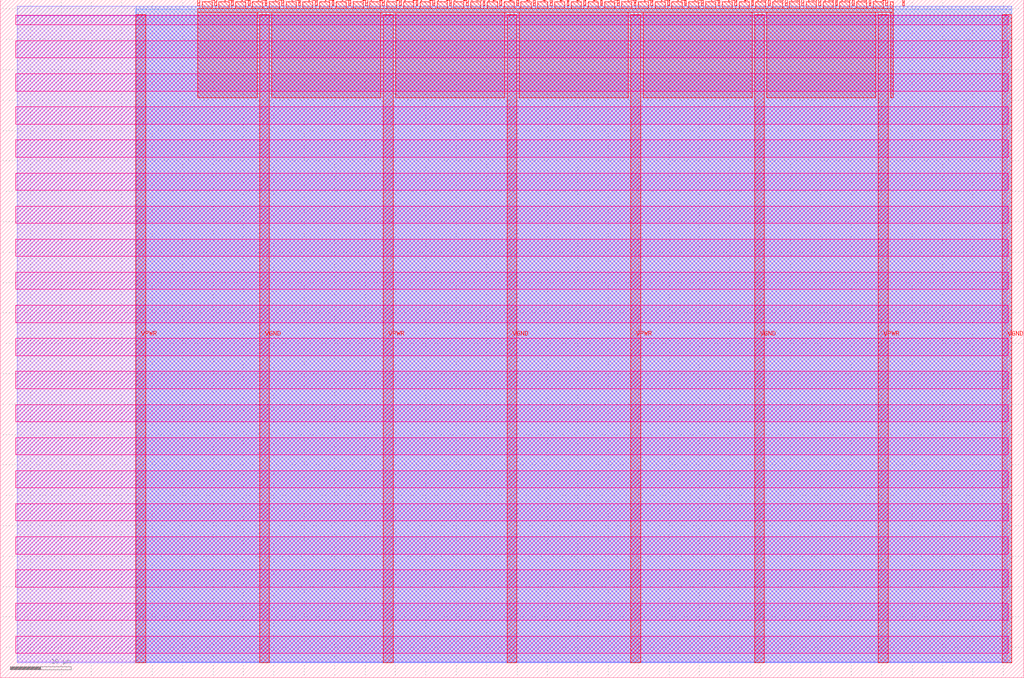
<source format=lef>
VERSION 5.7 ;
  NOWIREEXTENSIONATPIN ON ;
  DIVIDERCHAR "/" ;
  BUSBITCHARS "[]" ;
MACRO tt_um_seanvenadas_dup
  CLASS BLOCK ;
  FOREIGN tt_um_seanvenadas_dup ;
  ORIGIN 0.000 0.000 ;
  SIZE 168.360 BY 111.520 ;
  PIN VGND
    DIRECTION INOUT ;
    USE GROUND ;
    PORT
      LAYER met4 ;
        RECT 42.670 2.480 44.270 109.040 ;
    END
    PORT
      LAYER met4 ;
        RECT 83.380 2.480 84.980 109.040 ;
    END
    PORT
      LAYER met4 ;
        RECT 124.090 2.480 125.690 109.040 ;
    END
    PORT
      LAYER met4 ;
        RECT 164.800 2.480 166.400 109.040 ;
    END
  END VGND
  PIN VPWR
    DIRECTION INOUT ;
    USE POWER ;
    PORT
      LAYER met4 ;
        RECT 22.315 2.480 23.915 109.040 ;
    END
    PORT
      LAYER met4 ;
        RECT 63.025 2.480 64.625 109.040 ;
    END
    PORT
      LAYER met4 ;
        RECT 103.735 2.480 105.335 109.040 ;
    END
    PORT
      LAYER met4 ;
        RECT 144.445 2.480 146.045 109.040 ;
    END
  END VPWR
  PIN clk
    DIRECTION INPUT ;
    USE SIGNAL ;
    ANTENNAGATEAREA 0.852000 ;
    PORT
      LAYER met4 ;
        RECT 145.670 110.520 145.970 111.520 ;
    END
  END clk
  PIN ena
    DIRECTION INPUT ;
    USE SIGNAL ;
    PORT
      LAYER met4 ;
        RECT 148.430 110.520 148.730 111.520 ;
    END
  END ena
  PIN rst_n
    DIRECTION INPUT ;
    USE SIGNAL ;
    ANTENNAGATEAREA 0.159000 ;
    PORT
      LAYER met4 ;
        RECT 142.910 110.520 143.210 111.520 ;
    END
  END rst_n
  PIN ui_in[0]
    DIRECTION INPUT ;
    USE SIGNAL ;
    ANTENNAGATEAREA 0.196500 ;
    PORT
      LAYER met4 ;
        RECT 140.150 110.520 140.450 111.520 ;
    END
  END ui_in[0]
  PIN ui_in[1]
    DIRECTION INPUT ;
    USE SIGNAL ;
    ANTENNAGATEAREA 0.196500 ;
    PORT
      LAYER met4 ;
        RECT 137.390 110.520 137.690 111.520 ;
    END
  END ui_in[1]
  PIN ui_in[2]
    DIRECTION INPUT ;
    USE SIGNAL ;
    ANTENNAGATEAREA 0.196500 ;
    PORT
      LAYER met4 ;
        RECT 134.630 110.520 134.930 111.520 ;
    END
  END ui_in[2]
  PIN ui_in[3]
    DIRECTION INPUT ;
    USE SIGNAL ;
    ANTENNAGATEAREA 0.196500 ;
    PORT
      LAYER met4 ;
        RECT 131.870 110.520 132.170 111.520 ;
    END
  END ui_in[3]
  PIN ui_in[4]
    DIRECTION INPUT ;
    USE SIGNAL ;
    ANTENNAGATEAREA 0.196500 ;
    PORT
      LAYER met4 ;
        RECT 129.110 110.520 129.410 111.520 ;
    END
  END ui_in[4]
  PIN ui_in[5]
    DIRECTION INPUT ;
    USE SIGNAL ;
    ANTENNAGATEAREA 0.196500 ;
    PORT
      LAYER met4 ;
        RECT 126.350 110.520 126.650 111.520 ;
    END
  END ui_in[5]
  PIN ui_in[6]
    DIRECTION INPUT ;
    USE SIGNAL ;
    ANTENNAGATEAREA 0.196500 ;
    PORT
      LAYER met4 ;
        RECT 123.590 110.520 123.890 111.520 ;
    END
  END ui_in[6]
  PIN ui_in[7]
    DIRECTION INPUT ;
    USE SIGNAL ;
    ANTENNAGATEAREA 0.196500 ;
    PORT
      LAYER met4 ;
        RECT 120.830 110.520 121.130 111.520 ;
    END
  END ui_in[7]
  PIN uio_in[0]
    DIRECTION INPUT ;
    USE SIGNAL ;
    PORT
      LAYER met4 ;
        RECT 118.070 110.520 118.370 111.520 ;
    END
  END uio_in[0]
  PIN uio_in[1]
    DIRECTION INPUT ;
    USE SIGNAL ;
    PORT
      LAYER met4 ;
        RECT 115.310 110.520 115.610 111.520 ;
    END
  END uio_in[1]
  PIN uio_in[2]
    DIRECTION INPUT ;
    USE SIGNAL ;
    PORT
      LAYER met4 ;
        RECT 112.550 110.520 112.850 111.520 ;
    END
  END uio_in[2]
  PIN uio_in[3]
    DIRECTION INPUT ;
    USE SIGNAL ;
    PORT
      LAYER met4 ;
        RECT 109.790 110.520 110.090 111.520 ;
    END
  END uio_in[3]
  PIN uio_in[4]
    DIRECTION INPUT ;
    USE SIGNAL ;
    PORT
      LAYER met4 ;
        RECT 107.030 110.520 107.330 111.520 ;
    END
  END uio_in[4]
  PIN uio_in[5]
    DIRECTION INPUT ;
    USE SIGNAL ;
    PORT
      LAYER met4 ;
        RECT 104.270 110.520 104.570 111.520 ;
    END
  END uio_in[5]
  PIN uio_in[6]
    DIRECTION INPUT ;
    USE SIGNAL ;
    PORT
      LAYER met4 ;
        RECT 101.510 110.520 101.810 111.520 ;
    END
  END uio_in[6]
  PIN uio_in[7]
    DIRECTION INPUT ;
    USE SIGNAL ;
    PORT
      LAYER met4 ;
        RECT 98.750 110.520 99.050 111.520 ;
    END
  END uio_in[7]
  PIN uio_oe[0]
    DIRECTION OUTPUT TRISTATE ;
    USE SIGNAL ;
    PORT
      LAYER met4 ;
        RECT 51.830 110.520 52.130 111.520 ;
    END
  END uio_oe[0]
  PIN uio_oe[1]
    DIRECTION OUTPUT TRISTATE ;
    USE SIGNAL ;
    PORT
      LAYER met4 ;
        RECT 49.070 110.520 49.370 111.520 ;
    END
  END uio_oe[1]
  PIN uio_oe[2]
    DIRECTION OUTPUT TRISTATE ;
    USE SIGNAL ;
    PORT
      LAYER met4 ;
        RECT 46.310 110.520 46.610 111.520 ;
    END
  END uio_oe[2]
  PIN uio_oe[3]
    DIRECTION OUTPUT TRISTATE ;
    USE SIGNAL ;
    PORT
      LAYER met4 ;
        RECT 43.550 110.520 43.850 111.520 ;
    END
  END uio_oe[3]
  PIN uio_oe[4]
    DIRECTION OUTPUT TRISTATE ;
    USE SIGNAL ;
    PORT
      LAYER met4 ;
        RECT 40.790 110.520 41.090 111.520 ;
    END
  END uio_oe[4]
  PIN uio_oe[5]
    DIRECTION OUTPUT TRISTATE ;
    USE SIGNAL ;
    PORT
      LAYER met4 ;
        RECT 38.030 110.520 38.330 111.520 ;
    END
  END uio_oe[5]
  PIN uio_oe[6]
    DIRECTION OUTPUT TRISTATE ;
    USE SIGNAL ;
    PORT
      LAYER met4 ;
        RECT 35.270 110.520 35.570 111.520 ;
    END
  END uio_oe[6]
  PIN uio_oe[7]
    DIRECTION OUTPUT TRISTATE ;
    USE SIGNAL ;
    PORT
      LAYER met4 ;
        RECT 32.510 110.520 32.810 111.520 ;
    END
  END uio_oe[7]
  PIN uio_out[0]
    DIRECTION OUTPUT TRISTATE ;
    USE SIGNAL ;
    PORT
      LAYER met4 ;
        RECT 73.910 110.520 74.210 111.520 ;
    END
  END uio_out[0]
  PIN uio_out[1]
    DIRECTION OUTPUT TRISTATE ;
    USE SIGNAL ;
    PORT
      LAYER met4 ;
        RECT 71.150 110.520 71.450 111.520 ;
    END
  END uio_out[1]
  PIN uio_out[2]
    DIRECTION OUTPUT TRISTATE ;
    USE SIGNAL ;
    PORT
      LAYER met4 ;
        RECT 68.390 110.520 68.690 111.520 ;
    END
  END uio_out[2]
  PIN uio_out[3]
    DIRECTION OUTPUT TRISTATE ;
    USE SIGNAL ;
    PORT
      LAYER met4 ;
        RECT 65.630 110.520 65.930 111.520 ;
    END
  END uio_out[3]
  PIN uio_out[4]
    DIRECTION OUTPUT TRISTATE ;
    USE SIGNAL ;
    PORT
      LAYER met4 ;
        RECT 62.870 110.520 63.170 111.520 ;
    END
  END uio_out[4]
  PIN uio_out[5]
    DIRECTION OUTPUT TRISTATE ;
    USE SIGNAL ;
    PORT
      LAYER met4 ;
        RECT 60.110 110.520 60.410 111.520 ;
    END
  END uio_out[5]
  PIN uio_out[6]
    DIRECTION OUTPUT TRISTATE ;
    USE SIGNAL ;
    PORT
      LAYER met4 ;
        RECT 57.350 110.520 57.650 111.520 ;
    END
  END uio_out[6]
  PIN uio_out[7]
    DIRECTION OUTPUT TRISTATE ;
    USE SIGNAL ;
    PORT
      LAYER met4 ;
        RECT 54.590 110.520 54.890 111.520 ;
    END
  END uio_out[7]
  PIN uo_out[0]
    DIRECTION OUTPUT TRISTATE ;
    USE SIGNAL ;
    ANTENNADIFFAREA 0.445500 ;
    PORT
      LAYER met4 ;
        RECT 95.990 110.520 96.290 111.520 ;
    END
  END uo_out[0]
  PIN uo_out[1]
    DIRECTION OUTPUT TRISTATE ;
    USE SIGNAL ;
    ANTENNADIFFAREA 0.795200 ;
    PORT
      LAYER met4 ;
        RECT 93.230 110.520 93.530 111.520 ;
    END
  END uo_out[1]
  PIN uo_out[2]
    DIRECTION OUTPUT TRISTATE ;
    USE SIGNAL ;
    ANTENNADIFFAREA 0.445500 ;
    PORT
      LAYER met4 ;
        RECT 90.470 110.520 90.770 111.520 ;
    END
  END uo_out[2]
  PIN uo_out[3]
    DIRECTION OUTPUT TRISTATE ;
    USE SIGNAL ;
    ANTENNADIFFAREA 0.795200 ;
    PORT
      LAYER met4 ;
        RECT 87.710 110.520 88.010 111.520 ;
    END
  END uo_out[3]
  PIN uo_out[4]
    DIRECTION OUTPUT TRISTATE ;
    USE SIGNAL ;
    ANTENNADIFFAREA 0.445500 ;
    PORT
      LAYER met4 ;
        RECT 84.950 110.520 85.250 111.520 ;
    END
  END uo_out[4]
  PIN uo_out[5]
    DIRECTION OUTPUT TRISTATE ;
    USE SIGNAL ;
    ANTENNADIFFAREA 0.795200 ;
    PORT
      LAYER met4 ;
        RECT 82.190 110.520 82.490 111.520 ;
    END
  END uo_out[5]
  PIN uo_out[6]
    DIRECTION OUTPUT TRISTATE ;
    USE SIGNAL ;
    PORT
      LAYER met4 ;
        RECT 79.430 110.520 79.730 111.520 ;
    END
  END uo_out[6]
  PIN uo_out[7]
    DIRECTION OUTPUT TRISTATE ;
    USE SIGNAL ;
    PORT
      LAYER met4 ;
        RECT 76.670 110.520 76.970 111.520 ;
    END
  END uo_out[7]
  OBS
      LAYER nwell ;
        RECT 2.570 107.385 165.790 108.990 ;
        RECT 2.570 101.945 165.790 104.775 ;
        RECT 2.570 96.505 165.790 99.335 ;
        RECT 2.570 91.065 165.790 93.895 ;
        RECT 2.570 85.625 165.790 88.455 ;
        RECT 2.570 80.185 165.790 83.015 ;
        RECT 2.570 74.745 165.790 77.575 ;
        RECT 2.570 69.305 165.790 72.135 ;
        RECT 2.570 63.865 165.790 66.695 ;
        RECT 2.570 58.425 165.790 61.255 ;
        RECT 2.570 52.985 165.790 55.815 ;
        RECT 2.570 47.545 165.790 50.375 ;
        RECT 2.570 42.105 165.790 44.935 ;
        RECT 2.570 36.665 165.790 39.495 ;
        RECT 2.570 31.225 165.790 34.055 ;
        RECT 2.570 25.785 165.790 28.615 ;
        RECT 2.570 20.345 165.790 23.175 ;
        RECT 2.570 14.905 165.790 17.735 ;
        RECT 2.570 9.465 165.790 12.295 ;
        RECT 2.570 4.025 165.790 6.855 ;
      LAYER li1 ;
        RECT 2.760 2.635 165.600 108.885 ;
      LAYER met1 ;
        RECT 2.760 2.480 166.400 110.460 ;
      LAYER met2 ;
        RECT 22.345 2.535 166.370 110.490 ;
      LAYER met3 ;
        RECT 22.325 2.555 166.390 109.985 ;
      LAYER met4 ;
        RECT 33.210 110.120 34.870 111.170 ;
        RECT 35.970 110.120 37.630 111.170 ;
        RECT 38.730 110.120 40.390 111.170 ;
        RECT 41.490 110.120 43.150 111.170 ;
        RECT 44.250 110.120 45.910 111.170 ;
        RECT 47.010 110.120 48.670 111.170 ;
        RECT 49.770 110.120 51.430 111.170 ;
        RECT 52.530 110.120 54.190 111.170 ;
        RECT 55.290 110.120 56.950 111.170 ;
        RECT 58.050 110.120 59.710 111.170 ;
        RECT 60.810 110.120 62.470 111.170 ;
        RECT 63.570 110.120 65.230 111.170 ;
        RECT 66.330 110.120 67.990 111.170 ;
        RECT 69.090 110.120 70.750 111.170 ;
        RECT 71.850 110.120 73.510 111.170 ;
        RECT 74.610 110.120 76.270 111.170 ;
        RECT 77.370 110.120 79.030 111.170 ;
        RECT 80.130 110.120 81.790 111.170 ;
        RECT 82.890 110.120 84.550 111.170 ;
        RECT 85.650 110.120 87.310 111.170 ;
        RECT 88.410 110.120 90.070 111.170 ;
        RECT 91.170 110.120 92.830 111.170 ;
        RECT 93.930 110.120 95.590 111.170 ;
        RECT 96.690 110.120 98.350 111.170 ;
        RECT 99.450 110.120 101.110 111.170 ;
        RECT 102.210 110.120 103.870 111.170 ;
        RECT 104.970 110.120 106.630 111.170 ;
        RECT 107.730 110.120 109.390 111.170 ;
        RECT 110.490 110.120 112.150 111.170 ;
        RECT 113.250 110.120 114.910 111.170 ;
        RECT 116.010 110.120 117.670 111.170 ;
        RECT 118.770 110.120 120.430 111.170 ;
        RECT 121.530 110.120 123.190 111.170 ;
        RECT 124.290 110.120 125.950 111.170 ;
        RECT 127.050 110.120 128.710 111.170 ;
        RECT 129.810 110.120 131.470 111.170 ;
        RECT 132.570 110.120 134.230 111.170 ;
        RECT 135.330 110.120 136.990 111.170 ;
        RECT 138.090 110.120 139.750 111.170 ;
        RECT 140.850 110.120 142.510 111.170 ;
        RECT 143.610 110.120 145.270 111.170 ;
        RECT 146.370 110.120 146.905 111.170 ;
        RECT 32.495 109.440 146.905 110.120 ;
        RECT 32.495 95.375 42.270 109.440 ;
        RECT 44.670 95.375 62.625 109.440 ;
        RECT 65.025 95.375 82.980 109.440 ;
        RECT 85.380 95.375 103.335 109.440 ;
        RECT 105.735 95.375 123.690 109.440 ;
        RECT 126.090 95.375 144.045 109.440 ;
        RECT 146.445 95.375 146.905 109.440 ;
  END
END tt_um_seanvenadas_dup
END LIBRARY


</source>
